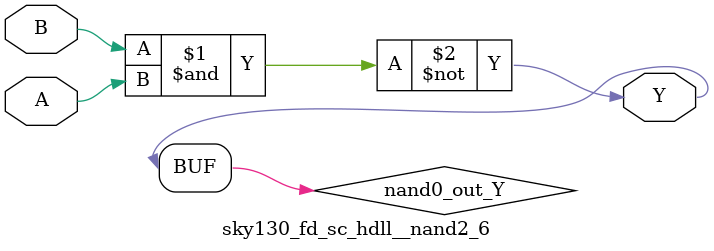
<source format=v>
/*
 * Copyright 2020 The SkyWater PDK Authors
 *
 * Licensed under the Apache License, Version 2.0 (the "License");
 * you may not use this file except in compliance with the License.
 * You may obtain a copy of the License at
 *
 *     https://www.apache.org/licenses/LICENSE-2.0
 *
 * Unless required by applicable law or agreed to in writing, software
 * distributed under the License is distributed on an "AS IS" BASIS,
 * WITHOUT WARRANTIES OR CONDITIONS OF ANY KIND, either express or implied.
 * See the License for the specific language governing permissions and
 * limitations under the License.
 *
 * SPDX-License-Identifier: Apache-2.0
*/


`ifndef SKY130_FD_SC_HDLL__NAND2_6_FUNCTIONAL_V
`define SKY130_FD_SC_HDLL__NAND2_6_FUNCTIONAL_V

/**
 * nand2: 2-input NAND.
 *
 * Verilog simulation functional model.
 */

`timescale 1ns / 1ps
`default_nettype none

`celldefine
module sky130_fd_sc_hdll__nand2_6 (
    Y,
    A,
    B
);

    // Module ports
    output Y;
    input  A;
    input  B;

    // Local signals
    wire nand0_out_Y;

    //   Name   Output       Other arguments
    nand nand0 (nand0_out_Y, B, A           );
    buf  buf0  (Y          , nand0_out_Y    );

endmodule
`endcelldefine

`default_nettype wire
`endif  // SKY130_FD_SC_HDLL__NAND2_6_FUNCTIONAL_V

</source>
